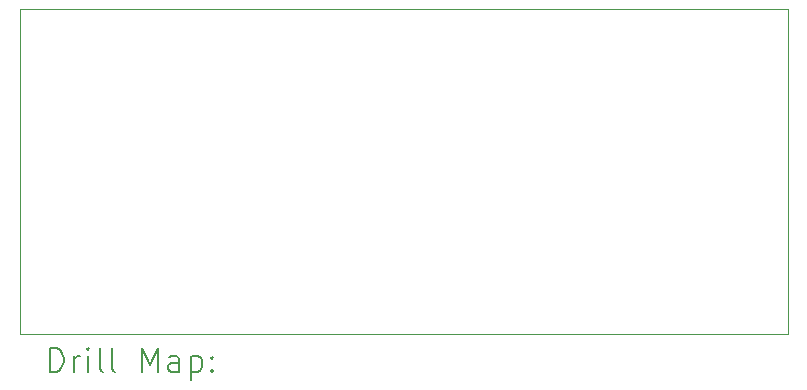
<source format=gbr>
%TF.GenerationSoftware,KiCad,Pcbnew,7.99.0-3522-gc5520b3eef-dirty*%
%TF.CreationDate,2023-12-16T18:02:14+00:00*%
%TF.ProjectId,VFD Replacement,56464420-5265-4706-9c61-63656d656e74,rev?*%
%TF.SameCoordinates,Original*%
%TF.FileFunction,Drillmap*%
%TF.FilePolarity,Positive*%
%FSLAX45Y45*%
G04 Gerber Fmt 4.5, Leading zero omitted, Abs format (unit mm)*
G04 Created by KiCad (PCBNEW 7.99.0-3522-gc5520b3eef-dirty) date 2023-12-16 18:02:14*
%MOMM*%
%LPD*%
G01*
G04 APERTURE LIST*
%ADD10C,0.100000*%
%ADD11C,0.200000*%
G04 APERTURE END LIST*
D10*
X12452820Y-4296163D02*
X18952820Y-4296163D01*
X18952820Y-7046162D01*
X12452820Y-7046162D01*
X12452820Y-4296163D01*
D11*
X12708596Y-7362646D02*
X12708596Y-7162646D01*
X12708596Y-7162646D02*
X12756215Y-7162646D01*
X12756215Y-7162646D02*
X12784787Y-7172170D01*
X12784787Y-7172170D02*
X12803834Y-7191218D01*
X12803834Y-7191218D02*
X12813358Y-7210265D01*
X12813358Y-7210265D02*
X12822882Y-7248360D01*
X12822882Y-7248360D02*
X12822882Y-7276932D01*
X12822882Y-7276932D02*
X12813358Y-7315027D01*
X12813358Y-7315027D02*
X12803834Y-7334075D01*
X12803834Y-7334075D02*
X12784787Y-7353122D01*
X12784787Y-7353122D02*
X12756215Y-7362646D01*
X12756215Y-7362646D02*
X12708596Y-7362646D01*
X12908596Y-7362646D02*
X12908596Y-7229313D01*
X12908596Y-7267408D02*
X12918120Y-7248360D01*
X12918120Y-7248360D02*
X12927644Y-7238837D01*
X12927644Y-7238837D02*
X12946692Y-7229313D01*
X12946692Y-7229313D02*
X12965739Y-7229313D01*
X13032406Y-7362646D02*
X13032406Y-7229313D01*
X13032406Y-7162646D02*
X13022882Y-7172170D01*
X13022882Y-7172170D02*
X13032406Y-7181694D01*
X13032406Y-7181694D02*
X13041930Y-7172170D01*
X13041930Y-7172170D02*
X13032406Y-7162646D01*
X13032406Y-7162646D02*
X13032406Y-7181694D01*
X13156215Y-7362646D02*
X13137168Y-7353122D01*
X13137168Y-7353122D02*
X13127644Y-7334075D01*
X13127644Y-7334075D02*
X13127644Y-7162646D01*
X13260977Y-7362646D02*
X13241930Y-7353122D01*
X13241930Y-7353122D02*
X13232406Y-7334075D01*
X13232406Y-7334075D02*
X13232406Y-7162646D01*
X13489549Y-7362646D02*
X13489549Y-7162646D01*
X13489549Y-7162646D02*
X13556215Y-7305503D01*
X13556215Y-7305503D02*
X13622882Y-7162646D01*
X13622882Y-7162646D02*
X13622882Y-7362646D01*
X13803834Y-7362646D02*
X13803834Y-7257884D01*
X13803834Y-7257884D02*
X13794311Y-7238837D01*
X13794311Y-7238837D02*
X13775263Y-7229313D01*
X13775263Y-7229313D02*
X13737168Y-7229313D01*
X13737168Y-7229313D02*
X13718120Y-7238837D01*
X13803834Y-7353122D02*
X13784787Y-7362646D01*
X13784787Y-7362646D02*
X13737168Y-7362646D01*
X13737168Y-7362646D02*
X13718120Y-7353122D01*
X13718120Y-7353122D02*
X13708596Y-7334075D01*
X13708596Y-7334075D02*
X13708596Y-7315027D01*
X13708596Y-7315027D02*
X13718120Y-7295980D01*
X13718120Y-7295980D02*
X13737168Y-7286456D01*
X13737168Y-7286456D02*
X13784787Y-7286456D01*
X13784787Y-7286456D02*
X13803834Y-7276932D01*
X13899073Y-7229313D02*
X13899073Y-7429313D01*
X13899073Y-7238837D02*
X13918120Y-7229313D01*
X13918120Y-7229313D02*
X13956215Y-7229313D01*
X13956215Y-7229313D02*
X13975263Y-7238837D01*
X13975263Y-7238837D02*
X13984787Y-7248360D01*
X13984787Y-7248360D02*
X13994311Y-7267408D01*
X13994311Y-7267408D02*
X13994311Y-7324551D01*
X13994311Y-7324551D02*
X13984787Y-7343599D01*
X13984787Y-7343599D02*
X13975263Y-7353122D01*
X13975263Y-7353122D02*
X13956215Y-7362646D01*
X13956215Y-7362646D02*
X13918120Y-7362646D01*
X13918120Y-7362646D02*
X13899073Y-7353122D01*
X14080025Y-7343599D02*
X14089549Y-7353122D01*
X14089549Y-7353122D02*
X14080025Y-7362646D01*
X14080025Y-7362646D02*
X14070501Y-7353122D01*
X14070501Y-7353122D02*
X14080025Y-7343599D01*
X14080025Y-7343599D02*
X14080025Y-7362646D01*
X14080025Y-7238837D02*
X14089549Y-7248360D01*
X14089549Y-7248360D02*
X14080025Y-7257884D01*
X14080025Y-7257884D02*
X14070501Y-7248360D01*
X14070501Y-7248360D02*
X14080025Y-7238837D01*
X14080025Y-7238837D02*
X14080025Y-7257884D01*
M02*

</source>
